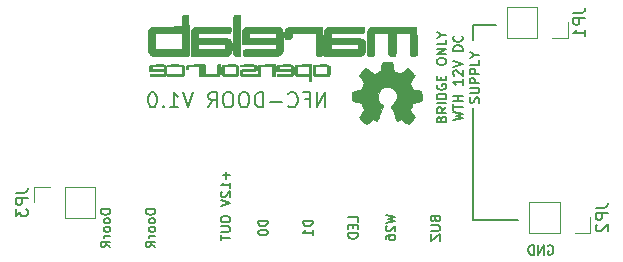
<source format=gbr>
%TF.GenerationSoftware,KiCad,Pcbnew,(5.0.2)-1*%
%TF.CreationDate,2019-04-17T22:45:11+02:00*%
%TF.ProjectId,nfc-door-x4,6e66632d-646f-46f7-922d-78342e6b6963,rev?*%
%TF.SameCoordinates,Original*%
%TF.FileFunction,Legend,Bot*%
%TF.FilePolarity,Positive*%
%FSLAX46Y46*%
G04 Gerber Fmt 4.6, Leading zero omitted, Abs format (unit mm)*
G04 Created by KiCad (PCBNEW (5.0.2)-1) date 17.04.2019 22:45:11*
%MOMM*%
%LPD*%
G01*
G04 APERTURE LIST*
%ADD10C,0.200000*%
%ADD11C,0.010000*%
%ADD12C,0.120000*%
%ADD13C,0.150000*%
G04 APERTURE END LIST*
D10*
X108649523Y-151409000D02*
X108725714Y-151370904D01*
X108840000Y-151370904D01*
X108954285Y-151409000D01*
X109030476Y-151485190D01*
X109068571Y-151561380D01*
X109106666Y-151713761D01*
X109106666Y-151828047D01*
X109068571Y-151980428D01*
X109030476Y-152056619D01*
X108954285Y-152132809D01*
X108840000Y-152170904D01*
X108763809Y-152170904D01*
X108649523Y-152132809D01*
X108611428Y-152094714D01*
X108611428Y-151828047D01*
X108763809Y-151828047D01*
X108268571Y-152170904D02*
X108268571Y-151370904D01*
X107811428Y-152170904D01*
X107811428Y-151370904D01*
X107430476Y-152170904D02*
X107430476Y-151370904D01*
X107240000Y-151370904D01*
X107125714Y-151409000D01*
X107049523Y-151485190D01*
X107011428Y-151561380D01*
X106973333Y-151713761D01*
X106973333Y-151828047D01*
X107011428Y-151980428D01*
X107049523Y-152056619D01*
X107125714Y-152132809D01*
X107240000Y-152170904D01*
X107430476Y-152170904D01*
X99092857Y-149161142D02*
X99130952Y-149275428D01*
X99169047Y-149313523D01*
X99245238Y-149351619D01*
X99359523Y-149351619D01*
X99435714Y-149313523D01*
X99473809Y-149275428D01*
X99511904Y-149199238D01*
X99511904Y-148894476D01*
X98711904Y-148894476D01*
X98711904Y-149161142D01*
X98750000Y-149237333D01*
X98788095Y-149275428D01*
X98864285Y-149313523D01*
X98940476Y-149313523D01*
X99016666Y-149275428D01*
X99054761Y-149237333D01*
X99092857Y-149161142D01*
X99092857Y-148894476D01*
X98711904Y-149694476D02*
X99359523Y-149694476D01*
X99435714Y-149732571D01*
X99473809Y-149770666D01*
X99511904Y-149846857D01*
X99511904Y-149999238D01*
X99473809Y-150075428D01*
X99435714Y-150113523D01*
X99359523Y-150151619D01*
X98711904Y-150151619D01*
X98711904Y-150456380D02*
X98711904Y-150989714D01*
X99511904Y-150456380D01*
X99511904Y-150989714D01*
X94901904Y-148799238D02*
X95701904Y-148989714D01*
X95130476Y-149142095D01*
X95701904Y-149294476D01*
X94901904Y-149484952D01*
X94978095Y-149751619D02*
X94940000Y-149789714D01*
X94901904Y-149865904D01*
X94901904Y-150056380D01*
X94940000Y-150132571D01*
X94978095Y-150170666D01*
X95054285Y-150208761D01*
X95130476Y-150208761D01*
X95244761Y-150170666D01*
X95701904Y-149713523D01*
X95701904Y-150208761D01*
X94901904Y-150894476D02*
X94901904Y-150742095D01*
X94940000Y-150665904D01*
X94978095Y-150627809D01*
X95092380Y-150551619D01*
X95244761Y-150513523D01*
X95549523Y-150513523D01*
X95625714Y-150551619D01*
X95663809Y-150589714D01*
X95701904Y-150665904D01*
X95701904Y-150818285D01*
X95663809Y-150894476D01*
X95625714Y-150932571D01*
X95549523Y-150970666D01*
X95359047Y-150970666D01*
X95282857Y-150932571D01*
X95244761Y-150894476D01*
X95206666Y-150818285D01*
X95206666Y-150665904D01*
X95244761Y-150589714D01*
X95282857Y-150551619D01*
X95359047Y-150513523D01*
X92526904Y-149389714D02*
X92526904Y-149008761D01*
X91726904Y-149008761D01*
X92107857Y-149656380D02*
X92107857Y-149923047D01*
X92526904Y-150037333D02*
X92526904Y-149656380D01*
X91726904Y-149656380D01*
X91726904Y-150037333D01*
X92526904Y-150380190D02*
X91726904Y-150380190D01*
X91726904Y-150570666D01*
X91765000Y-150684952D01*
X91841190Y-150761142D01*
X91917380Y-150799238D01*
X92069761Y-150837333D01*
X92184047Y-150837333D01*
X92336428Y-150799238D01*
X92412619Y-150761142D01*
X92488809Y-150684952D01*
X92526904Y-150570666D01*
X92526904Y-150380190D01*
X88716904Y-149313523D02*
X87916904Y-149313523D01*
X87916904Y-149504000D01*
X87955000Y-149618285D01*
X88031190Y-149694476D01*
X88107380Y-149732571D01*
X88259761Y-149770666D01*
X88374047Y-149770666D01*
X88526428Y-149732571D01*
X88602619Y-149694476D01*
X88678809Y-149618285D01*
X88716904Y-149504000D01*
X88716904Y-149313523D01*
X88716904Y-150532571D02*
X88716904Y-150075428D01*
X88716904Y-150304000D02*
X87916904Y-150304000D01*
X88031190Y-150227809D01*
X88107380Y-150151619D01*
X88145476Y-150075428D01*
X84906904Y-149313523D02*
X84106904Y-149313523D01*
X84106904Y-149504000D01*
X84145000Y-149618285D01*
X84221190Y-149694476D01*
X84297380Y-149732571D01*
X84449761Y-149770666D01*
X84564047Y-149770666D01*
X84716428Y-149732571D01*
X84792619Y-149694476D01*
X84868809Y-149618285D01*
X84906904Y-149504000D01*
X84906904Y-149313523D01*
X84106904Y-150265904D02*
X84106904Y-150342095D01*
X84145000Y-150418285D01*
X84183095Y-150456380D01*
X84259285Y-150494476D01*
X84411666Y-150532571D01*
X84602142Y-150532571D01*
X84754523Y-150494476D01*
X84830714Y-150456380D01*
X84868809Y-150418285D01*
X84906904Y-150342095D01*
X84906904Y-150265904D01*
X84868809Y-150189714D01*
X84830714Y-150151619D01*
X84754523Y-150113523D01*
X84602142Y-150075428D01*
X84411666Y-150075428D01*
X84259285Y-150113523D01*
X84183095Y-150151619D01*
X84145000Y-150189714D01*
X84106904Y-150265904D01*
X81427142Y-145141857D02*
X81427142Y-145751380D01*
X81731904Y-145446619D02*
X81122380Y-145446619D01*
X81731904Y-146551380D02*
X81731904Y-146094238D01*
X81731904Y-146322809D02*
X80931904Y-146322809D01*
X81046190Y-146246619D01*
X81122380Y-146170428D01*
X81160476Y-146094238D01*
X81008095Y-146856142D02*
X80970000Y-146894238D01*
X80931904Y-146970428D01*
X80931904Y-147160904D01*
X80970000Y-147237095D01*
X81008095Y-147275190D01*
X81084285Y-147313285D01*
X81160476Y-147313285D01*
X81274761Y-147275190D01*
X81731904Y-146818047D01*
X81731904Y-147313285D01*
X80931904Y-147541857D02*
X81731904Y-147808523D01*
X80931904Y-148075190D01*
X80931904Y-149103761D02*
X80931904Y-149256142D01*
X80970000Y-149332333D01*
X81046190Y-149408523D01*
X81198571Y-149446619D01*
X81465238Y-149446619D01*
X81617619Y-149408523D01*
X81693809Y-149332333D01*
X81731904Y-149256142D01*
X81731904Y-149103761D01*
X81693809Y-149027571D01*
X81617619Y-148951380D01*
X81465238Y-148913285D01*
X81198571Y-148913285D01*
X81046190Y-148951380D01*
X80970000Y-149027571D01*
X80931904Y-149103761D01*
X80931904Y-149789476D02*
X81579523Y-149789476D01*
X81655714Y-149827571D01*
X81693809Y-149865666D01*
X81731904Y-149941857D01*
X81731904Y-150094238D01*
X81693809Y-150170428D01*
X81655714Y-150208523D01*
X81579523Y-150246619D01*
X80931904Y-150246619D01*
X80931904Y-150513285D02*
X80931904Y-150970428D01*
X81731904Y-150741857D02*
X80931904Y-150741857D01*
X75381904Y-148323047D02*
X74581904Y-148323047D01*
X74581904Y-148513523D01*
X74620000Y-148627809D01*
X74696190Y-148704000D01*
X74772380Y-148742095D01*
X74924761Y-148780190D01*
X75039047Y-148780190D01*
X75191428Y-148742095D01*
X75267619Y-148704000D01*
X75343809Y-148627809D01*
X75381904Y-148513523D01*
X75381904Y-148323047D01*
X75381904Y-149237333D02*
X75343809Y-149161142D01*
X75305714Y-149123047D01*
X75229523Y-149084952D01*
X75000952Y-149084952D01*
X74924761Y-149123047D01*
X74886666Y-149161142D01*
X74848571Y-149237333D01*
X74848571Y-149351619D01*
X74886666Y-149427809D01*
X74924761Y-149465904D01*
X75000952Y-149504000D01*
X75229523Y-149504000D01*
X75305714Y-149465904D01*
X75343809Y-149427809D01*
X75381904Y-149351619D01*
X75381904Y-149237333D01*
X75381904Y-149961142D02*
X75343809Y-149884952D01*
X75305714Y-149846857D01*
X75229523Y-149808761D01*
X75000952Y-149808761D01*
X74924761Y-149846857D01*
X74886666Y-149884952D01*
X74848571Y-149961142D01*
X74848571Y-150075428D01*
X74886666Y-150151619D01*
X74924761Y-150189714D01*
X75000952Y-150227809D01*
X75229523Y-150227809D01*
X75305714Y-150189714D01*
X75343809Y-150151619D01*
X75381904Y-150075428D01*
X75381904Y-149961142D01*
X75381904Y-150570666D02*
X74848571Y-150570666D01*
X75000952Y-150570666D02*
X74924761Y-150608761D01*
X74886666Y-150646857D01*
X74848571Y-150723047D01*
X74848571Y-150799238D01*
X75381904Y-151523047D02*
X75000952Y-151256380D01*
X75381904Y-151065904D02*
X74581904Y-151065904D01*
X74581904Y-151370666D01*
X74620000Y-151446857D01*
X74658095Y-151484952D01*
X74734285Y-151523047D01*
X74848571Y-151523047D01*
X74924761Y-151484952D01*
X74962857Y-151446857D01*
X75000952Y-151370666D01*
X75000952Y-151065904D01*
X71571904Y-148323047D02*
X70771904Y-148323047D01*
X70771904Y-148513523D01*
X70810000Y-148627809D01*
X70886190Y-148704000D01*
X70962380Y-148742095D01*
X71114761Y-148780190D01*
X71229047Y-148780190D01*
X71381428Y-148742095D01*
X71457619Y-148704000D01*
X71533809Y-148627809D01*
X71571904Y-148513523D01*
X71571904Y-148323047D01*
X71571904Y-149237333D02*
X71533809Y-149161142D01*
X71495714Y-149123047D01*
X71419523Y-149084952D01*
X71190952Y-149084952D01*
X71114761Y-149123047D01*
X71076666Y-149161142D01*
X71038571Y-149237333D01*
X71038571Y-149351619D01*
X71076666Y-149427809D01*
X71114761Y-149465904D01*
X71190952Y-149504000D01*
X71419523Y-149504000D01*
X71495714Y-149465904D01*
X71533809Y-149427809D01*
X71571904Y-149351619D01*
X71571904Y-149237333D01*
X71571904Y-149961142D02*
X71533809Y-149884952D01*
X71495714Y-149846857D01*
X71419523Y-149808761D01*
X71190952Y-149808761D01*
X71114761Y-149846857D01*
X71076666Y-149884952D01*
X71038571Y-149961142D01*
X71038571Y-150075428D01*
X71076666Y-150151619D01*
X71114761Y-150189714D01*
X71190952Y-150227809D01*
X71419523Y-150227809D01*
X71495714Y-150189714D01*
X71533809Y-150151619D01*
X71571904Y-150075428D01*
X71571904Y-149961142D01*
X71571904Y-150570666D02*
X71038571Y-150570666D01*
X71190952Y-150570666D02*
X71114761Y-150608761D01*
X71076666Y-150646857D01*
X71038571Y-150723047D01*
X71038571Y-150799238D01*
X71571904Y-151523047D02*
X71190952Y-151256380D01*
X71571904Y-151065904D02*
X70771904Y-151065904D01*
X70771904Y-151370666D01*
X70810000Y-151446857D01*
X70848095Y-151484952D01*
X70924285Y-151523047D01*
X71038571Y-151523047D01*
X71114761Y-151484952D01*
X71152857Y-151446857D01*
X71190952Y-151370666D01*
X71190952Y-151065904D01*
X102325000Y-149269000D02*
X106135000Y-149269000D01*
X102325000Y-139744000D02*
X102325000Y-149269000D01*
X102325000Y-132759000D02*
X102325000Y-134029000D01*
X104230000Y-132759000D02*
X102325000Y-132759000D01*
X99597857Y-140708761D02*
X99635952Y-140594476D01*
X99674047Y-140556380D01*
X99750238Y-140518285D01*
X99864523Y-140518285D01*
X99940714Y-140556380D01*
X99978809Y-140594476D01*
X100016904Y-140670666D01*
X100016904Y-140975428D01*
X99216904Y-140975428D01*
X99216904Y-140708761D01*
X99255000Y-140632571D01*
X99293095Y-140594476D01*
X99369285Y-140556380D01*
X99445476Y-140556380D01*
X99521666Y-140594476D01*
X99559761Y-140632571D01*
X99597857Y-140708761D01*
X99597857Y-140975428D01*
X100016904Y-139718285D02*
X99635952Y-139984952D01*
X100016904Y-140175428D02*
X99216904Y-140175428D01*
X99216904Y-139870666D01*
X99255000Y-139794476D01*
X99293095Y-139756380D01*
X99369285Y-139718285D01*
X99483571Y-139718285D01*
X99559761Y-139756380D01*
X99597857Y-139794476D01*
X99635952Y-139870666D01*
X99635952Y-140175428D01*
X100016904Y-139375428D02*
X99216904Y-139375428D01*
X100016904Y-138994476D02*
X99216904Y-138994476D01*
X99216904Y-138804000D01*
X99255000Y-138689714D01*
X99331190Y-138613523D01*
X99407380Y-138575428D01*
X99559761Y-138537333D01*
X99674047Y-138537333D01*
X99826428Y-138575428D01*
X99902619Y-138613523D01*
X99978809Y-138689714D01*
X100016904Y-138804000D01*
X100016904Y-138994476D01*
X99255000Y-137775428D02*
X99216904Y-137851619D01*
X99216904Y-137965904D01*
X99255000Y-138080190D01*
X99331190Y-138156380D01*
X99407380Y-138194476D01*
X99559761Y-138232571D01*
X99674047Y-138232571D01*
X99826428Y-138194476D01*
X99902619Y-138156380D01*
X99978809Y-138080190D01*
X100016904Y-137965904D01*
X100016904Y-137889714D01*
X99978809Y-137775428D01*
X99940714Y-137737333D01*
X99674047Y-137737333D01*
X99674047Y-137889714D01*
X99597857Y-137394476D02*
X99597857Y-137127809D01*
X100016904Y-137013523D02*
X100016904Y-137394476D01*
X99216904Y-137394476D01*
X99216904Y-137013523D01*
X99216904Y-135908761D02*
X99216904Y-135756380D01*
X99255000Y-135680190D01*
X99331190Y-135604000D01*
X99483571Y-135565904D01*
X99750238Y-135565904D01*
X99902619Y-135604000D01*
X99978809Y-135680190D01*
X100016904Y-135756380D01*
X100016904Y-135908761D01*
X99978809Y-135984952D01*
X99902619Y-136061142D01*
X99750238Y-136099238D01*
X99483571Y-136099238D01*
X99331190Y-136061142D01*
X99255000Y-135984952D01*
X99216904Y-135908761D01*
X100016904Y-135223047D02*
X99216904Y-135223047D01*
X100016904Y-134765904D01*
X99216904Y-134765904D01*
X100016904Y-134004000D02*
X100016904Y-134384952D01*
X99216904Y-134384952D01*
X99635952Y-133584952D02*
X100016904Y-133584952D01*
X99216904Y-133851619D02*
X99635952Y-133584952D01*
X99216904Y-133318285D01*
X100616904Y-140784952D02*
X101416904Y-140594476D01*
X100845476Y-140442095D01*
X101416904Y-140289714D01*
X100616904Y-140099238D01*
X100616904Y-139908761D02*
X100616904Y-139451619D01*
X101416904Y-139680190D02*
X100616904Y-139680190D01*
X101416904Y-139184952D02*
X100616904Y-139184952D01*
X100997857Y-139184952D02*
X100997857Y-138727809D01*
X101416904Y-138727809D02*
X100616904Y-138727809D01*
X101416904Y-137318285D02*
X101416904Y-137775428D01*
X101416904Y-137546857D02*
X100616904Y-137546857D01*
X100731190Y-137623047D01*
X100807380Y-137699238D01*
X100845476Y-137775428D01*
X100693095Y-137013523D02*
X100655000Y-136975428D01*
X100616904Y-136899238D01*
X100616904Y-136708761D01*
X100655000Y-136632571D01*
X100693095Y-136594476D01*
X100769285Y-136556380D01*
X100845476Y-136556380D01*
X100959761Y-136594476D01*
X101416904Y-137051619D01*
X101416904Y-136556380D01*
X100616904Y-136327809D02*
X101416904Y-136061142D01*
X100616904Y-135794476D01*
X101416904Y-134918285D02*
X100616904Y-134918285D01*
X100616904Y-134727809D01*
X100655000Y-134613523D01*
X100731190Y-134537333D01*
X100807380Y-134499238D01*
X100959761Y-134461142D01*
X101074047Y-134461142D01*
X101226428Y-134499238D01*
X101302619Y-134537333D01*
X101378809Y-134613523D01*
X101416904Y-134727809D01*
X101416904Y-134918285D01*
X101340714Y-133661142D02*
X101378809Y-133699238D01*
X101416904Y-133813523D01*
X101416904Y-133889714D01*
X101378809Y-134004000D01*
X101302619Y-134080190D01*
X101226428Y-134118285D01*
X101074047Y-134156380D01*
X100959761Y-134156380D01*
X100807380Y-134118285D01*
X100731190Y-134080190D01*
X100655000Y-134004000D01*
X100616904Y-133889714D01*
X100616904Y-133813523D01*
X100655000Y-133699238D01*
X100693095Y-133661142D01*
X102778809Y-139318285D02*
X102816904Y-139204000D01*
X102816904Y-139013523D01*
X102778809Y-138937333D01*
X102740714Y-138899238D01*
X102664523Y-138861142D01*
X102588333Y-138861142D01*
X102512142Y-138899238D01*
X102474047Y-138937333D01*
X102435952Y-139013523D01*
X102397857Y-139165904D01*
X102359761Y-139242095D01*
X102321666Y-139280190D01*
X102245476Y-139318285D01*
X102169285Y-139318285D01*
X102093095Y-139280190D01*
X102055000Y-139242095D01*
X102016904Y-139165904D01*
X102016904Y-138975428D01*
X102055000Y-138861142D01*
X102016904Y-138518285D02*
X102664523Y-138518285D01*
X102740714Y-138480190D01*
X102778809Y-138442095D01*
X102816904Y-138365904D01*
X102816904Y-138213523D01*
X102778809Y-138137333D01*
X102740714Y-138099238D01*
X102664523Y-138061142D01*
X102016904Y-138061142D01*
X102816904Y-137680190D02*
X102016904Y-137680190D01*
X102016904Y-137375428D01*
X102055000Y-137299238D01*
X102093095Y-137261142D01*
X102169285Y-137223047D01*
X102283571Y-137223047D01*
X102359761Y-137261142D01*
X102397857Y-137299238D01*
X102435952Y-137375428D01*
X102435952Y-137680190D01*
X102816904Y-136880190D02*
X102016904Y-136880190D01*
X102016904Y-136575428D01*
X102055000Y-136499238D01*
X102093095Y-136461142D01*
X102169285Y-136423047D01*
X102283571Y-136423047D01*
X102359761Y-136461142D01*
X102397857Y-136499238D01*
X102435952Y-136575428D01*
X102435952Y-136880190D01*
X102816904Y-135699238D02*
X102816904Y-136080190D01*
X102016904Y-136080190D01*
X102435952Y-135280190D02*
X102816904Y-135280190D01*
X102016904Y-135546857D02*
X102435952Y-135280190D01*
X102016904Y-135013523D01*
X89803809Y-139698523D02*
X89803809Y-138428523D01*
X89078095Y-139698523D01*
X89078095Y-138428523D01*
X88050000Y-139033285D02*
X88473333Y-139033285D01*
X88473333Y-139698523D02*
X88473333Y-138428523D01*
X87868571Y-138428523D01*
X86659047Y-139577571D02*
X86719523Y-139638047D01*
X86900952Y-139698523D01*
X87021904Y-139698523D01*
X87203333Y-139638047D01*
X87324285Y-139517095D01*
X87384761Y-139396142D01*
X87445238Y-139154238D01*
X87445238Y-138972809D01*
X87384761Y-138730904D01*
X87324285Y-138609952D01*
X87203333Y-138489000D01*
X87021904Y-138428523D01*
X86900952Y-138428523D01*
X86719523Y-138489000D01*
X86659047Y-138549476D01*
X86114761Y-139214714D02*
X85147142Y-139214714D01*
X84542380Y-139698523D02*
X84542380Y-138428523D01*
X84240000Y-138428523D01*
X84058571Y-138489000D01*
X83937619Y-138609952D01*
X83877142Y-138730904D01*
X83816666Y-138972809D01*
X83816666Y-139154238D01*
X83877142Y-139396142D01*
X83937619Y-139517095D01*
X84058571Y-139638047D01*
X84240000Y-139698523D01*
X84542380Y-139698523D01*
X83030476Y-138428523D02*
X82788571Y-138428523D01*
X82667619Y-138489000D01*
X82546666Y-138609952D01*
X82486190Y-138851857D01*
X82486190Y-139275190D01*
X82546666Y-139517095D01*
X82667619Y-139638047D01*
X82788571Y-139698523D01*
X83030476Y-139698523D01*
X83151428Y-139638047D01*
X83272380Y-139517095D01*
X83332857Y-139275190D01*
X83332857Y-138851857D01*
X83272380Y-138609952D01*
X83151428Y-138489000D01*
X83030476Y-138428523D01*
X81700000Y-138428523D02*
X81458095Y-138428523D01*
X81337142Y-138489000D01*
X81216190Y-138609952D01*
X81155714Y-138851857D01*
X81155714Y-139275190D01*
X81216190Y-139517095D01*
X81337142Y-139638047D01*
X81458095Y-139698523D01*
X81700000Y-139698523D01*
X81820952Y-139638047D01*
X81941904Y-139517095D01*
X82002380Y-139275190D01*
X82002380Y-138851857D01*
X81941904Y-138609952D01*
X81820952Y-138489000D01*
X81700000Y-138428523D01*
X79885714Y-139698523D02*
X80309047Y-139093761D01*
X80611428Y-139698523D02*
X80611428Y-138428523D01*
X80127619Y-138428523D01*
X80006666Y-138489000D01*
X79946190Y-138549476D01*
X79885714Y-138670428D01*
X79885714Y-138851857D01*
X79946190Y-138972809D01*
X80006666Y-139033285D01*
X80127619Y-139093761D01*
X80611428Y-139093761D01*
X78555238Y-138428523D02*
X78131904Y-139698523D01*
X77708571Y-138428523D01*
X76620000Y-139698523D02*
X77345714Y-139698523D01*
X76982857Y-139698523D02*
X76982857Y-138428523D01*
X77103809Y-138609952D01*
X77224761Y-138730904D01*
X77345714Y-138791380D01*
X76075714Y-139577571D02*
X76015238Y-139638047D01*
X76075714Y-139698523D01*
X76136190Y-139638047D01*
X76075714Y-139577571D01*
X76075714Y-139698523D01*
X75229047Y-138428523D02*
X75108095Y-138428523D01*
X74987142Y-138489000D01*
X74926666Y-138549476D01*
X74866190Y-138670428D01*
X74805714Y-138912333D01*
X74805714Y-139214714D01*
X74866190Y-139456619D01*
X74926666Y-139577571D01*
X74987142Y-139638047D01*
X75108095Y-139698523D01*
X75229047Y-139698523D01*
X75350000Y-139638047D01*
X75410476Y-139577571D01*
X75470952Y-139456619D01*
X75531428Y-139214714D01*
X75531428Y-138912333D01*
X75470952Y-138670428D01*
X75410476Y-138549476D01*
X75350000Y-138489000D01*
X75229047Y-138428523D01*
D11*
G36*
X77743506Y-131907473D02*
X77683373Y-131959122D01*
X77651139Y-132057821D01*
X77638216Y-132216590D01*
X77636000Y-132417594D01*
X77636000Y-132855154D01*
X76345590Y-132867494D01*
X75055179Y-132879834D01*
X74916840Y-133018141D01*
X74778500Y-133156448D01*
X74767293Y-134055308D01*
X74764131Y-134378863D01*
X74765264Y-134629389D01*
X74773009Y-134818496D01*
X74789684Y-134957800D01*
X74817606Y-135058911D01*
X74859091Y-135133444D01*
X74916458Y-135193012D01*
X74992023Y-135249227D01*
X75007628Y-135259813D01*
X75046770Y-135285124D01*
X75087308Y-135305571D01*
X75138177Y-135321674D01*
X75208313Y-135333951D01*
X75306652Y-135342921D01*
X75442130Y-135349104D01*
X75623682Y-135353017D01*
X75860246Y-135355179D01*
X76160755Y-135356111D01*
X76534148Y-135356329D01*
X76669923Y-135356334D01*
X77088899Y-135355689D01*
X77429864Y-135353601D01*
X77699463Y-135349843D01*
X77904343Y-135344184D01*
X78051151Y-135336397D01*
X78146532Y-135326252D01*
X78197132Y-135313521D01*
X78209330Y-135303331D01*
X78213536Y-135250548D01*
X78216895Y-135122505D01*
X78219358Y-134928604D01*
X78220874Y-134678247D01*
X78221393Y-134380837D01*
X78220863Y-134045777D01*
X78219236Y-133682469D01*
X78218585Y-133578248D01*
X78217463Y-133409000D01*
X77636000Y-133409000D01*
X77636000Y-134763667D01*
X75350000Y-134763667D01*
X75350000Y-133409000D01*
X77636000Y-133409000D01*
X78217463Y-133409000D01*
X78207500Y-131906167D01*
X77981814Y-131893252D01*
X77840124Y-131889857D01*
X77743506Y-131907473D01*
X77743506Y-131907473D01*
G37*
X77743506Y-131907473D02*
X77683373Y-131959122D01*
X77651139Y-132057821D01*
X77638216Y-132216590D01*
X77636000Y-132417594D01*
X77636000Y-132855154D01*
X76345590Y-132867494D01*
X75055179Y-132879834D01*
X74916840Y-133018141D01*
X74778500Y-133156448D01*
X74767293Y-134055308D01*
X74764131Y-134378863D01*
X74765264Y-134629389D01*
X74773009Y-134818496D01*
X74789684Y-134957800D01*
X74817606Y-135058911D01*
X74859091Y-135133444D01*
X74916458Y-135193012D01*
X74992023Y-135249227D01*
X75007628Y-135259813D01*
X75046770Y-135285124D01*
X75087308Y-135305571D01*
X75138177Y-135321674D01*
X75208313Y-135333951D01*
X75306652Y-135342921D01*
X75442130Y-135349104D01*
X75623682Y-135353017D01*
X75860246Y-135355179D01*
X76160755Y-135356111D01*
X76534148Y-135356329D01*
X76669923Y-135356334D01*
X77088899Y-135355689D01*
X77429864Y-135353601D01*
X77699463Y-135349843D01*
X77904343Y-135344184D01*
X78051151Y-135336397D01*
X78146532Y-135326252D01*
X78197132Y-135313521D01*
X78209330Y-135303331D01*
X78213536Y-135250548D01*
X78216895Y-135122505D01*
X78219358Y-134928604D01*
X78220874Y-134678247D01*
X78221393Y-134380837D01*
X78220863Y-134045777D01*
X78219236Y-133682469D01*
X78218585Y-133578248D01*
X78217463Y-133409000D01*
X77636000Y-133409000D01*
X77636000Y-134763667D01*
X75350000Y-134763667D01*
X75350000Y-133409000D01*
X77636000Y-133409000D01*
X78217463Y-133409000D01*
X78207500Y-131906167D01*
X77981814Y-131893252D01*
X77840124Y-131889857D01*
X77743506Y-131907473D01*
G36*
X80723832Y-132863851D02*
X80359625Y-132866281D01*
X80186752Y-132867655D01*
X78695867Y-132879834D01*
X78419167Y-133156524D01*
X78419167Y-135335167D01*
X79946718Y-135346271D01*
X81474268Y-135357375D01*
X81618267Y-135260334D01*
X81729252Y-135171295D01*
X81802688Y-135069439D01*
X81845643Y-134935565D01*
X81865181Y-134750469D01*
X81868710Y-134579699D01*
X81863830Y-134382667D01*
X81276667Y-134382667D01*
X81276667Y-134763667D01*
X78990667Y-134763667D01*
X78990667Y-134382667D01*
X81276667Y-134382667D01*
X81863830Y-134382667D01*
X81863356Y-134363553D01*
X81844596Y-134212146D01*
X81809653Y-134106221D01*
X81797111Y-134082966D01*
X81753130Y-134015081D01*
X81703714Y-133960676D01*
X81639531Y-133918264D01*
X81551247Y-133886360D01*
X81429529Y-133863479D01*
X81265044Y-133848134D01*
X81048460Y-133838841D01*
X80770443Y-133834113D01*
X80421661Y-133832466D01*
X80222519Y-133832334D01*
X78990667Y-133832334D01*
X78990667Y-133409000D01*
X80343844Y-133409000D01*
X80718294Y-133408791D01*
X81016995Y-133407816D01*
X81248864Y-133405552D01*
X81422819Y-133401477D01*
X81547776Y-133395067D01*
X81632653Y-133385800D01*
X81686367Y-133373154D01*
X81717836Y-133356605D01*
X81735976Y-133335632D01*
X81740844Y-133327117D01*
X81779509Y-133192396D01*
X81775316Y-133043902D01*
X81731152Y-132928663D01*
X81711550Y-132909249D01*
X81678507Y-132893736D01*
X81623556Y-132881790D01*
X81538230Y-132873075D01*
X81414061Y-132867259D01*
X81242583Y-132864006D01*
X81015329Y-132862981D01*
X80723832Y-132863851D01*
X80723832Y-132863851D01*
G37*
X80723832Y-132863851D02*
X80359625Y-132866281D01*
X80186752Y-132867655D01*
X78695867Y-132879834D01*
X78419167Y-133156524D01*
X78419167Y-135335167D01*
X79946718Y-135346271D01*
X81474268Y-135357375D01*
X81618267Y-135260334D01*
X81729252Y-135171295D01*
X81802688Y-135069439D01*
X81845643Y-134935565D01*
X81865181Y-134750469D01*
X81868710Y-134579699D01*
X81863830Y-134382667D01*
X81276667Y-134382667D01*
X81276667Y-134763667D01*
X78990667Y-134763667D01*
X78990667Y-134382667D01*
X81276667Y-134382667D01*
X81863830Y-134382667D01*
X81863356Y-134363553D01*
X81844596Y-134212146D01*
X81809653Y-134106221D01*
X81797111Y-134082966D01*
X81753130Y-134015081D01*
X81703714Y-133960676D01*
X81639531Y-133918264D01*
X81551247Y-133886360D01*
X81429529Y-133863479D01*
X81265044Y-133848134D01*
X81048460Y-133838841D01*
X80770443Y-133834113D01*
X80421661Y-133832466D01*
X80222519Y-133832334D01*
X78990667Y-133832334D01*
X78990667Y-133409000D01*
X80343844Y-133409000D01*
X80718294Y-133408791D01*
X81016995Y-133407816D01*
X81248864Y-133405552D01*
X81422819Y-133401477D01*
X81547776Y-133395067D01*
X81632653Y-133385800D01*
X81686367Y-133373154D01*
X81717836Y-133356605D01*
X81735976Y-133335632D01*
X81740844Y-133327117D01*
X81779509Y-133192396D01*
X81775316Y-133043902D01*
X81731152Y-132928663D01*
X81711550Y-132909249D01*
X81678507Y-132893736D01*
X81623556Y-132881790D01*
X81538230Y-132873075D01*
X81414061Y-132867259D01*
X81242583Y-132864006D01*
X81015329Y-132862981D01*
X80723832Y-132863851D01*
G36*
X82194856Y-131894812D02*
X82086314Y-131914817D01*
X82056397Y-131930185D01*
X82040772Y-131955170D01*
X82028009Y-132006669D01*
X82017841Y-132092194D01*
X82010000Y-132219253D01*
X82004221Y-132395357D01*
X82000234Y-132628017D01*
X81997773Y-132924741D01*
X81996571Y-133293040D01*
X81996334Y-133617384D01*
X81997066Y-134065888D01*
X81999377Y-134435363D01*
X82003434Y-134731434D01*
X82009408Y-134959725D01*
X82017468Y-135125863D01*
X82027782Y-135235473D01*
X82040521Y-135294179D01*
X82047134Y-135305533D01*
X82117970Y-135336606D01*
X82234040Y-135353119D01*
X82365863Y-135355199D01*
X82483961Y-135342968D01*
X82558853Y-135316552D01*
X82569663Y-135303331D01*
X82573869Y-135250548D01*
X82577229Y-135122505D01*
X82579692Y-134928604D01*
X82581208Y-134678247D01*
X82581726Y-134380837D01*
X82581197Y-134045777D01*
X82579569Y-133682469D01*
X82578918Y-133578248D01*
X82567834Y-131906167D01*
X82342147Y-131893252D01*
X82194856Y-131894812D01*
X82194856Y-131894812D01*
G37*
X82194856Y-131894812D02*
X82086314Y-131914817D01*
X82056397Y-131930185D01*
X82040772Y-131955170D01*
X82028009Y-132006669D01*
X82017841Y-132092194D01*
X82010000Y-132219253D01*
X82004221Y-132395357D01*
X82000234Y-132628017D01*
X81997773Y-132924741D01*
X81996571Y-133293040D01*
X81996334Y-133617384D01*
X81997066Y-134065888D01*
X81999377Y-134435363D01*
X82003434Y-134731434D01*
X82009408Y-134959725D01*
X82017468Y-135125863D01*
X82027782Y-135235473D01*
X82040521Y-135294179D01*
X82047134Y-135305533D01*
X82117970Y-135336606D01*
X82234040Y-135353119D01*
X82365863Y-135355199D01*
X82483961Y-135342968D01*
X82558853Y-135316552D01*
X82569663Y-135303331D01*
X82573869Y-135250548D01*
X82577229Y-135122505D01*
X82579692Y-134928604D01*
X82581208Y-134678247D01*
X82581726Y-134380837D01*
X82581197Y-134045777D01*
X82579569Y-133682469D01*
X82578918Y-133578248D01*
X82567834Y-131906167D01*
X82342147Y-131893252D01*
X82194856Y-131894812D01*
G36*
X82875565Y-133018131D02*
X82737167Y-133156428D01*
X82737167Y-134361500D01*
X84165917Y-134372647D01*
X85594667Y-134383793D01*
X85594667Y-134760293D01*
X84243474Y-134772563D01*
X83913329Y-134776408D01*
X83610624Y-134781556D01*
X83345672Y-134787706D01*
X83128785Y-134794553D01*
X82970276Y-134801796D01*
X82880458Y-134809131D01*
X82864081Y-134813087D01*
X82831740Y-134888002D01*
X82814278Y-135009858D01*
X82813675Y-135141919D01*
X82831905Y-135247449D01*
X82839734Y-135265564D01*
X82854440Y-135289847D01*
X82875577Y-135309360D01*
X82911772Y-135324625D01*
X82971649Y-135336163D01*
X83063837Y-135344496D01*
X83196959Y-135350145D01*
X83379643Y-135353632D01*
X83620514Y-135355478D01*
X83928199Y-135356204D01*
X84311323Y-135356333D01*
X84341063Y-135356334D01*
X84729962Y-135356220D01*
X85043370Y-135355510D01*
X85290465Y-135353648D01*
X85480423Y-135350079D01*
X85622419Y-135344249D01*
X85725632Y-135335602D01*
X85799236Y-135323584D01*
X85852409Y-135307639D01*
X85894326Y-135287212D01*
X85934165Y-135261749D01*
X85937040Y-135259813D01*
X86016103Y-135202973D01*
X86076553Y-135144858D01*
X86120708Y-135073853D01*
X86150884Y-134978345D01*
X86169400Y-134846723D01*
X86178572Y-134667372D01*
X86180717Y-134428679D01*
X86178152Y-134119032D01*
X86177374Y-134055308D01*
X86169316Y-133409000D01*
X85594667Y-133409000D01*
X85594667Y-133832334D01*
X83308667Y-133832334D01*
X83308667Y-133409000D01*
X85594667Y-133409000D01*
X86169316Y-133409000D01*
X86166167Y-133156448D01*
X86027770Y-133018141D01*
X85889372Y-132879834D01*
X83013962Y-132879834D01*
X82875565Y-133018131D01*
X82875565Y-133018131D01*
G37*
X82875565Y-133018131D02*
X82737167Y-133156428D01*
X82737167Y-134361500D01*
X84165917Y-134372647D01*
X85594667Y-134383793D01*
X85594667Y-134760293D01*
X84243474Y-134772563D01*
X83913329Y-134776408D01*
X83610624Y-134781556D01*
X83345672Y-134787706D01*
X83128785Y-134794553D01*
X82970276Y-134801796D01*
X82880458Y-134809131D01*
X82864081Y-134813087D01*
X82831740Y-134888002D01*
X82814278Y-135009858D01*
X82813675Y-135141919D01*
X82831905Y-135247449D01*
X82839734Y-135265564D01*
X82854440Y-135289847D01*
X82875577Y-135309360D01*
X82911772Y-135324625D01*
X82971649Y-135336163D01*
X83063837Y-135344496D01*
X83196959Y-135350145D01*
X83379643Y-135353632D01*
X83620514Y-135355478D01*
X83928199Y-135356204D01*
X84311323Y-135356333D01*
X84341063Y-135356334D01*
X84729962Y-135356220D01*
X85043370Y-135355510D01*
X85290465Y-135353648D01*
X85480423Y-135350079D01*
X85622419Y-135344249D01*
X85725632Y-135335602D01*
X85799236Y-135323584D01*
X85852409Y-135307639D01*
X85894326Y-135287212D01*
X85934165Y-135261749D01*
X85937040Y-135259813D01*
X86016103Y-135202973D01*
X86076553Y-135144858D01*
X86120708Y-135073853D01*
X86150884Y-134978345D01*
X86169400Y-134846723D01*
X86178572Y-134667372D01*
X86180717Y-134428679D01*
X86178152Y-134119032D01*
X86177374Y-134055308D01*
X86169316Y-133409000D01*
X85594667Y-133409000D01*
X85594667Y-133832334D01*
X83308667Y-133832334D01*
X83308667Y-133409000D01*
X85594667Y-133409000D01*
X86169316Y-133409000D01*
X86166167Y-133156448D01*
X86027770Y-133018141D01*
X85889372Y-132879834D01*
X83013962Y-132879834D01*
X82875565Y-133018131D01*
G36*
X87144752Y-132869524D02*
X86934200Y-132878426D01*
X86773765Y-132893748D01*
X86654813Y-132916754D01*
X86568709Y-132948710D01*
X86506818Y-132990884D01*
X86460507Y-133044541D01*
X86421140Y-133110947D01*
X86413666Y-133125240D01*
X86365035Y-133261688D01*
X86333297Y-133432994D01*
X86321154Y-133607992D01*
X86331312Y-133755515D01*
X86352913Y-133825319D01*
X86400444Y-133882970D01*
X86479540Y-133910336D01*
X86609133Y-133917000D01*
X86781559Y-133899705D01*
X86887389Y-133840094D01*
X86938920Y-133726583D01*
X86949334Y-133596476D01*
X86949334Y-133409000D01*
X88981334Y-133409000D01*
X88981334Y-134331867D01*
X88982967Y-134670082D01*
X88988080Y-134929816D01*
X88996993Y-135117194D01*
X89010025Y-135238344D01*
X89027496Y-135299391D01*
X89032134Y-135305533D01*
X89103169Y-135336749D01*
X89219374Y-135353258D01*
X89351264Y-135355210D01*
X89469350Y-135342758D01*
X89544147Y-135316053D01*
X89554850Y-135302845D01*
X89559802Y-135247980D01*
X89563526Y-135119822D01*
X89565937Y-134929737D01*
X89566951Y-134689092D01*
X89566482Y-134409253D01*
X89564446Y-134101585D01*
X89564104Y-134064595D01*
X89552834Y-132879834D01*
X88163459Y-132868668D01*
X87750747Y-132865911D01*
X87414056Y-132865774D01*
X87144752Y-132869524D01*
X87144752Y-132869524D01*
G37*
X87144752Y-132869524D02*
X86934200Y-132878426D01*
X86773765Y-132893748D01*
X86654813Y-132916754D01*
X86568709Y-132948710D01*
X86506818Y-132990884D01*
X86460507Y-133044541D01*
X86421140Y-133110947D01*
X86413666Y-133125240D01*
X86365035Y-133261688D01*
X86333297Y-133432994D01*
X86321154Y-133607992D01*
X86331312Y-133755515D01*
X86352913Y-133825319D01*
X86400444Y-133882970D01*
X86479540Y-133910336D01*
X86609133Y-133917000D01*
X86781559Y-133899705D01*
X86887389Y-133840094D01*
X86938920Y-133726583D01*
X86949334Y-133596476D01*
X86949334Y-133409000D01*
X88981334Y-133409000D01*
X88981334Y-134331867D01*
X88982967Y-134670082D01*
X88988080Y-134929816D01*
X88996993Y-135117194D01*
X89010025Y-135238344D01*
X89027496Y-135299391D01*
X89032134Y-135305533D01*
X89103169Y-135336749D01*
X89219374Y-135353258D01*
X89351264Y-135355210D01*
X89469350Y-135342758D01*
X89544147Y-135316053D01*
X89554850Y-135302845D01*
X89559802Y-135247980D01*
X89563526Y-135119822D01*
X89565937Y-134929737D01*
X89566951Y-134689092D01*
X89566482Y-134409253D01*
X89564446Y-134101585D01*
X89564104Y-134064595D01*
X89552834Y-132879834D01*
X88163459Y-132868668D01*
X87750747Y-132865911D01*
X87414056Y-132865774D01*
X87144752Y-132869524D01*
G36*
X92026832Y-132863851D02*
X91662625Y-132866281D01*
X91489752Y-132867655D01*
X89998867Y-132879834D01*
X89722167Y-133156524D01*
X89722167Y-135335167D01*
X91249718Y-135346271D01*
X92777268Y-135357375D01*
X92921267Y-135260334D01*
X93032252Y-135171295D01*
X93105688Y-135069439D01*
X93148643Y-134935565D01*
X93168181Y-134750469D01*
X93171710Y-134579699D01*
X93166830Y-134382667D01*
X92579667Y-134382667D01*
X92579667Y-134763667D01*
X90293667Y-134763667D01*
X90293667Y-134382667D01*
X92579667Y-134382667D01*
X93166830Y-134382667D01*
X93166356Y-134363553D01*
X93147596Y-134212146D01*
X93112653Y-134106221D01*
X93100111Y-134082966D01*
X93056130Y-134015081D01*
X93006714Y-133960676D01*
X92942531Y-133918264D01*
X92854247Y-133886360D01*
X92732529Y-133863479D01*
X92568044Y-133848134D01*
X92351460Y-133838841D01*
X92073443Y-133834113D01*
X91724661Y-133832466D01*
X91525519Y-133832334D01*
X90293667Y-133832334D01*
X90293667Y-133409000D01*
X91646844Y-133409000D01*
X92021294Y-133408791D01*
X92319995Y-133407816D01*
X92551864Y-133405552D01*
X92725819Y-133401477D01*
X92850776Y-133395067D01*
X92935653Y-133385800D01*
X92989367Y-133373154D01*
X93020836Y-133356605D01*
X93038976Y-133335632D01*
X93043844Y-133327117D01*
X93082509Y-133192396D01*
X93078316Y-133043902D01*
X93034152Y-132928663D01*
X93014550Y-132909249D01*
X92981507Y-132893736D01*
X92926556Y-132881790D01*
X92841230Y-132873075D01*
X92717061Y-132867259D01*
X92545583Y-132864006D01*
X92318329Y-132862981D01*
X92026832Y-132863851D01*
X92026832Y-132863851D01*
G37*
X92026832Y-132863851D02*
X91662625Y-132866281D01*
X91489752Y-132867655D01*
X89998867Y-132879834D01*
X89722167Y-133156524D01*
X89722167Y-135335167D01*
X91249718Y-135346271D01*
X92777268Y-135357375D01*
X92921267Y-135260334D01*
X93032252Y-135171295D01*
X93105688Y-135069439D01*
X93148643Y-134935565D01*
X93168181Y-134750469D01*
X93171710Y-134579699D01*
X93166830Y-134382667D01*
X92579667Y-134382667D01*
X92579667Y-134763667D01*
X90293667Y-134763667D01*
X90293667Y-134382667D01*
X92579667Y-134382667D01*
X93166830Y-134382667D01*
X93166356Y-134363553D01*
X93147596Y-134212146D01*
X93112653Y-134106221D01*
X93100111Y-134082966D01*
X93056130Y-134015081D01*
X93006714Y-133960676D01*
X92942531Y-133918264D01*
X92854247Y-133886360D01*
X92732529Y-133863479D01*
X92568044Y-133848134D01*
X92351460Y-133838841D01*
X92073443Y-133834113D01*
X91724661Y-133832466D01*
X91525519Y-133832334D01*
X90293667Y-133832334D01*
X90293667Y-133409000D01*
X91646844Y-133409000D01*
X92021294Y-133408791D01*
X92319995Y-133407816D01*
X92551864Y-133405552D01*
X92725819Y-133401477D01*
X92850776Y-133395067D01*
X92935653Y-133385800D01*
X92989367Y-133373154D01*
X93020836Y-133356605D01*
X93038976Y-133335632D01*
X93043844Y-133327117D01*
X93082509Y-133192396D01*
X93078316Y-133043902D01*
X93034152Y-132928663D01*
X93014550Y-132909249D01*
X92981507Y-132893736D01*
X92926556Y-132881790D01*
X92841230Y-132873075D01*
X92717061Y-132867259D01*
X92545583Y-132864006D01*
X92318329Y-132862981D01*
X92026832Y-132863851D01*
G36*
X94444091Y-132865733D02*
X94181296Y-132869655D01*
X93973034Y-132877486D01*
X93811769Y-132890086D01*
X93689968Y-132908318D01*
X93600099Y-132933042D01*
X93534628Y-132965119D01*
X93486021Y-133005412D01*
X93446744Y-133054781D01*
X93409265Y-133114086D01*
X93403307Y-133123934D01*
X93376179Y-133175786D01*
X93355291Y-133238036D01*
X93339604Y-133322475D01*
X93328076Y-133440891D01*
X93319665Y-133605075D01*
X93313332Y-133826816D01*
X93308034Y-134117903D01*
X93306494Y-134220303D01*
X93303186Y-134592103D01*
X93305386Y-134881483D01*
X93313160Y-135090514D01*
X93326573Y-135221266D01*
X93339733Y-135268053D01*
X93384686Y-135321932D01*
X93461150Y-135348605D01*
X93594275Y-135356292D01*
X93609857Y-135356334D01*
X93746129Y-135347196D01*
X93850189Y-135323834D01*
X93883534Y-135305534D01*
X93902061Y-135257333D01*
X93916077Y-135150427D01*
X93925901Y-134978689D01*
X93931852Y-134735993D01*
X93934251Y-134416213D01*
X93934334Y-134331867D01*
X93934334Y-133409000D01*
X95119667Y-133409000D01*
X95119667Y-134331867D01*
X95121301Y-134670082D01*
X95126414Y-134929816D01*
X95135326Y-135117194D01*
X95148358Y-135238344D01*
X95165829Y-135299391D01*
X95170467Y-135305533D01*
X95239532Y-135334511D01*
X95360424Y-135352905D01*
X95444144Y-135356334D01*
X95585811Y-135349337D01*
X95667319Y-135323494D01*
X95710844Y-135274450D01*
X95725685Y-135203931D01*
X95737936Y-135058779D01*
X95747148Y-134849001D01*
X95752871Y-134584605D01*
X95754667Y-134300783D01*
X95754667Y-133409000D01*
X96940000Y-133409000D01*
X96940000Y-134331867D01*
X96941634Y-134670082D01*
X96946747Y-134929816D01*
X96955660Y-135117194D01*
X96968692Y-135238344D01*
X96986162Y-135299391D01*
X96990800Y-135305533D01*
X97061835Y-135336749D01*
X97178041Y-135353258D01*
X97309931Y-135355210D01*
X97428017Y-135342758D01*
X97502814Y-135316053D01*
X97513516Y-135302845D01*
X97518468Y-135247980D01*
X97522192Y-135119822D01*
X97524604Y-134929737D01*
X97525618Y-134689092D01*
X97525149Y-134409253D01*
X97523113Y-134101585D01*
X97522771Y-134064595D01*
X97511500Y-132879834D01*
X95634998Y-132868807D01*
X95163408Y-132866171D01*
X94768950Y-132864859D01*
X94444091Y-132865733D01*
X94444091Y-132865733D01*
G37*
X94444091Y-132865733D02*
X94181296Y-132869655D01*
X93973034Y-132877486D01*
X93811769Y-132890086D01*
X93689968Y-132908318D01*
X93600099Y-132933042D01*
X93534628Y-132965119D01*
X93486021Y-133005412D01*
X93446744Y-133054781D01*
X93409265Y-133114086D01*
X93403307Y-133123934D01*
X93376179Y-133175786D01*
X93355291Y-133238036D01*
X93339604Y-133322475D01*
X93328076Y-133440891D01*
X93319665Y-133605075D01*
X93313332Y-133826816D01*
X93308034Y-134117903D01*
X93306494Y-134220303D01*
X93303186Y-134592103D01*
X93305386Y-134881483D01*
X93313160Y-135090514D01*
X93326573Y-135221266D01*
X93339733Y-135268053D01*
X93384686Y-135321932D01*
X93461150Y-135348605D01*
X93594275Y-135356292D01*
X93609857Y-135356334D01*
X93746129Y-135347196D01*
X93850189Y-135323834D01*
X93883534Y-135305534D01*
X93902061Y-135257333D01*
X93916077Y-135150427D01*
X93925901Y-134978689D01*
X93931852Y-134735993D01*
X93934251Y-134416213D01*
X93934334Y-134331867D01*
X93934334Y-133409000D01*
X95119667Y-133409000D01*
X95119667Y-134331867D01*
X95121301Y-134670082D01*
X95126414Y-134929816D01*
X95135326Y-135117194D01*
X95148358Y-135238344D01*
X95165829Y-135299391D01*
X95170467Y-135305533D01*
X95239532Y-135334511D01*
X95360424Y-135352905D01*
X95444144Y-135356334D01*
X95585811Y-135349337D01*
X95667319Y-135323494D01*
X95710844Y-135274450D01*
X95725685Y-135203931D01*
X95737936Y-135058779D01*
X95747148Y-134849001D01*
X95752871Y-134584605D01*
X95754667Y-134300783D01*
X95754667Y-133409000D01*
X96940000Y-133409000D01*
X96940000Y-134331867D01*
X96941634Y-134670082D01*
X96946747Y-134929816D01*
X96955660Y-135117194D01*
X96968692Y-135238344D01*
X96986162Y-135299391D01*
X96990800Y-135305533D01*
X97061835Y-135336749D01*
X97178041Y-135353258D01*
X97309931Y-135355210D01*
X97428017Y-135342758D01*
X97502814Y-135316053D01*
X97513516Y-135302845D01*
X97518468Y-135247980D01*
X97522192Y-135119822D01*
X97524604Y-134929737D01*
X97525618Y-134689092D01*
X97525149Y-134409253D01*
X97523113Y-134101585D01*
X97522771Y-134064595D01*
X97511500Y-132879834D01*
X95634998Y-132868807D01*
X95163408Y-132866171D01*
X94768950Y-132864859D01*
X94444091Y-132865733D01*
G36*
X75610978Y-136076000D02*
X75325328Y-136079120D01*
X75119985Y-136088687D01*
X74990808Y-136105013D01*
X74935134Y-136126800D01*
X74907391Y-136194664D01*
X74888939Y-136316668D01*
X74884334Y-136423134D01*
X74884334Y-136668667D01*
X76112000Y-136668667D01*
X76112000Y-136880334D01*
X74926667Y-136880334D01*
X74926667Y-137092000D01*
X75555106Y-137092000D01*
X75802551Y-137090933D01*
X75979350Y-137086698D01*
X76099507Y-137077743D01*
X76177028Y-137062515D01*
X76225917Y-137039462D01*
X76253606Y-137014583D01*
X76291583Y-136948518D01*
X76313693Y-136841887D01*
X76322917Y-136676548D01*
X76323667Y-136588467D01*
X76323133Y-136401040D01*
X76313604Y-136265928D01*
X76306749Y-136245334D01*
X76112000Y-136245334D01*
X76112000Y-136457000D01*
X75096000Y-136457000D01*
X75096000Y-136245334D01*
X76112000Y-136245334D01*
X76306749Y-136245334D01*
X76283196Y-136174583D01*
X76220020Y-136118459D01*
X76112190Y-136089007D01*
X75947819Y-136077680D01*
X75715020Y-136075931D01*
X75610978Y-136076000D01*
X75610978Y-136076000D01*
G37*
X75610978Y-136076000D02*
X75325328Y-136079120D01*
X75119985Y-136088687D01*
X74990808Y-136105013D01*
X74935134Y-136126800D01*
X74907391Y-136194664D01*
X74888939Y-136316668D01*
X74884334Y-136423134D01*
X74884334Y-136668667D01*
X76112000Y-136668667D01*
X76112000Y-136880334D01*
X74926667Y-136880334D01*
X74926667Y-137092000D01*
X75555106Y-137092000D01*
X75802551Y-137090933D01*
X75979350Y-137086698D01*
X76099507Y-137077743D01*
X76177028Y-137062515D01*
X76225917Y-137039462D01*
X76253606Y-137014583D01*
X76291583Y-136948518D01*
X76313693Y-136841887D01*
X76322917Y-136676548D01*
X76323667Y-136588467D01*
X76323133Y-136401040D01*
X76313604Y-136265928D01*
X76306749Y-136245334D01*
X76112000Y-136245334D01*
X76112000Y-136457000D01*
X75096000Y-136457000D01*
X75096000Y-136245334D01*
X76112000Y-136245334D01*
X76306749Y-136245334D01*
X76283196Y-136174583D01*
X76220020Y-136118459D01*
X76112190Y-136089007D01*
X75947819Y-136077680D01*
X75715020Y-136075931D01*
X75610978Y-136076000D01*
G36*
X77084178Y-136076000D02*
X76831230Y-136076496D01*
X76650751Y-136079004D01*
X76530544Y-136085051D01*
X76458411Y-136096165D01*
X76422158Y-136113873D01*
X76409585Y-136139705D01*
X76408334Y-136160667D01*
X76412609Y-136193678D01*
X76433959Y-136216774D01*
X76485174Y-136231721D01*
X76579043Y-136240282D01*
X76728354Y-136244222D01*
X76945896Y-136245303D01*
X77022167Y-136245334D01*
X77636000Y-136245334D01*
X77636000Y-136880334D01*
X76408334Y-136880334D01*
X76408334Y-137092000D01*
X77057939Y-137092000D01*
X77309847Y-137090997D01*
X77490835Y-137087003D01*
X77614639Y-137078541D01*
X77694994Y-137064133D01*
X77745632Y-137042301D01*
X77777606Y-137014583D01*
X77815583Y-136948518D01*
X77837693Y-136841887D01*
X77846917Y-136676548D01*
X77847667Y-136588467D01*
X77847459Y-136406432D01*
X77839184Y-136273504D01*
X77811366Y-136181979D01*
X77752531Y-136124157D01*
X77651203Y-136092333D01*
X77495907Y-136078806D01*
X77275167Y-136075873D01*
X77084178Y-136076000D01*
X77084178Y-136076000D01*
G37*
X77084178Y-136076000D02*
X76831230Y-136076496D01*
X76650751Y-136079004D01*
X76530544Y-136085051D01*
X76458411Y-136096165D01*
X76422158Y-136113873D01*
X76409585Y-136139705D01*
X76408334Y-136160667D01*
X76412609Y-136193678D01*
X76433959Y-136216774D01*
X76485174Y-136231721D01*
X76579043Y-136240282D01*
X76728354Y-136244222D01*
X76945896Y-136245303D01*
X77022167Y-136245334D01*
X77636000Y-136245334D01*
X77636000Y-136880334D01*
X76408334Y-136880334D01*
X76408334Y-137092000D01*
X77057939Y-137092000D01*
X77309847Y-137090997D01*
X77490835Y-137087003D01*
X77614639Y-137078541D01*
X77694994Y-137064133D01*
X77745632Y-137042301D01*
X77777606Y-137014583D01*
X77815583Y-136948518D01*
X77837693Y-136841887D01*
X77846917Y-136676548D01*
X77847667Y-136588467D01*
X77847459Y-136406432D01*
X77839184Y-136273504D01*
X77811366Y-136181979D01*
X77752531Y-136124157D01*
X77651203Y-136092333D01*
X77495907Y-136078806D01*
X77275167Y-136075873D01*
X77084178Y-136076000D01*
G36*
X78726084Y-136076648D02*
X78505359Y-136079206D01*
X78312911Y-136085786D01*
X78165611Y-136095485D01*
X78080329Y-136107401D01*
X78068417Y-136111824D01*
X78026087Y-136173729D01*
X77992536Y-136281176D01*
X77988795Y-136301676D01*
X77977242Y-136403557D01*
X77996835Y-136447133D01*
X78061179Y-136456928D01*
X78074962Y-136457000D01*
X78158294Y-136441469D01*
X78185388Y-136378896D01*
X78186334Y-136351167D01*
X78186334Y-136245334D01*
X79117667Y-136245334D01*
X79117667Y-136668667D01*
X79118311Y-136860779D01*
X79122820Y-136983683D01*
X79135057Y-137052835D01*
X79158888Y-137083695D01*
X79198177Y-137091720D01*
X79223500Y-137092000D01*
X79329334Y-137092000D01*
X79329334Y-136076000D01*
X78726084Y-136076648D01*
X78726084Y-136076648D01*
G37*
X78726084Y-136076648D02*
X78505359Y-136079206D01*
X78312911Y-136085786D01*
X78165611Y-136095485D01*
X78080329Y-136107401D01*
X78068417Y-136111824D01*
X78026087Y-136173729D01*
X77992536Y-136281176D01*
X77988795Y-136301676D01*
X77977242Y-136403557D01*
X77996835Y-136447133D01*
X78061179Y-136456928D01*
X78074962Y-136457000D01*
X78158294Y-136441469D01*
X78185388Y-136378896D01*
X78186334Y-136351167D01*
X78186334Y-136245334D01*
X79117667Y-136245334D01*
X79117667Y-136668667D01*
X79118311Y-136860779D01*
X79122820Y-136983683D01*
X79135057Y-137052835D01*
X79158888Y-137083695D01*
X79198177Y-137091720D01*
X79223500Y-137092000D01*
X79329334Y-137092000D01*
X79329334Y-136076000D01*
X78726084Y-136076648D01*
G36*
X80698472Y-136078793D02*
X80667550Y-136097744D01*
X80650562Y-136148713D01*
X80643335Y-136247559D01*
X80641694Y-136410140D01*
X80641667Y-136478167D01*
X80641667Y-136880334D01*
X79625667Y-136880334D01*
X79625667Y-136478167D01*
X79624932Y-136291857D01*
X79619945Y-136174355D01*
X79606532Y-136109802D01*
X79580520Y-136082337D01*
X79537736Y-136076102D01*
X79519834Y-136076000D01*
X79414000Y-136076000D01*
X79414000Y-137092000D01*
X80063606Y-137092000D01*
X80315513Y-137090997D01*
X80496502Y-137087003D01*
X80620306Y-137078541D01*
X80700660Y-137064133D01*
X80751298Y-137042301D01*
X80783273Y-137014583D01*
X80817021Y-136958917D01*
X80838400Y-136870678D01*
X80849724Y-136733074D01*
X80853311Y-136529307D01*
X80853334Y-136506583D01*
X80853334Y-136076000D01*
X80747500Y-136076000D01*
X80698472Y-136078793D01*
X80698472Y-136078793D01*
G37*
X80698472Y-136078793D02*
X80667550Y-136097744D01*
X80650562Y-136148713D01*
X80643335Y-136247559D01*
X80641694Y-136410140D01*
X80641667Y-136478167D01*
X80641667Y-136880334D01*
X79625667Y-136880334D01*
X79625667Y-136478167D01*
X79624932Y-136291857D01*
X79619945Y-136174355D01*
X79606532Y-136109802D01*
X79580520Y-136082337D01*
X79537736Y-136076102D01*
X79519834Y-136076000D01*
X79414000Y-136076000D01*
X79414000Y-137092000D01*
X80063606Y-137092000D01*
X80315513Y-137090997D01*
X80496502Y-137087003D01*
X80620306Y-137078541D01*
X80700660Y-137064133D01*
X80751298Y-137042301D01*
X80783273Y-137014583D01*
X80817021Y-136958917D01*
X80838400Y-136870678D01*
X80849724Y-136733074D01*
X80853311Y-136529307D01*
X80853334Y-136506583D01*
X80853334Y-136076000D01*
X80747500Y-136076000D01*
X80698472Y-136078793D01*
G36*
X81706978Y-136076000D02*
X81421328Y-136079120D01*
X81215985Y-136088687D01*
X81086808Y-136105013D01*
X81031134Y-136126800D01*
X81003964Y-136199078D01*
X80986672Y-136346129D01*
X80980344Y-136558515D01*
X80980334Y-136568276D01*
X80981501Y-136759350D01*
X80992921Y-136897196D01*
X81026470Y-136990500D01*
X81094024Y-137047949D01*
X81207460Y-137078227D01*
X81378655Y-137090020D01*
X81619485Y-137092015D01*
X81696463Y-137092000D01*
X81934155Y-137090772D01*
X82101840Y-137085929D01*
X82214159Y-137075738D01*
X82285751Y-137058462D01*
X82331256Y-137032366D01*
X82349606Y-137014583D01*
X82387583Y-136948518D01*
X82409693Y-136841887D01*
X82418917Y-136676548D01*
X82419667Y-136588467D01*
X82419133Y-136401040D01*
X82409604Y-136265928D01*
X82402749Y-136245334D01*
X82208000Y-136245334D01*
X82208000Y-136880334D01*
X81192000Y-136880334D01*
X81192000Y-136245334D01*
X82208000Y-136245334D01*
X82402749Y-136245334D01*
X82379196Y-136174583D01*
X82316020Y-136118459D01*
X82208190Y-136089007D01*
X82043819Y-136077680D01*
X81811020Y-136075931D01*
X81706978Y-136076000D01*
X81706978Y-136076000D01*
G37*
X81706978Y-136076000D02*
X81421328Y-136079120D01*
X81215985Y-136088687D01*
X81086808Y-136105013D01*
X81031134Y-136126800D01*
X81003964Y-136199078D01*
X80986672Y-136346129D01*
X80980344Y-136558515D01*
X80980334Y-136568276D01*
X80981501Y-136759350D01*
X80992921Y-136897196D01*
X81026470Y-136990500D01*
X81094024Y-137047949D01*
X81207460Y-137078227D01*
X81378655Y-137090020D01*
X81619485Y-137092015D01*
X81696463Y-137092000D01*
X81934155Y-137090772D01*
X82101840Y-137085929D01*
X82214159Y-137075738D01*
X82285751Y-137058462D01*
X82331256Y-137032366D01*
X82349606Y-137014583D01*
X82387583Y-136948518D01*
X82409693Y-136841887D01*
X82418917Y-136676548D01*
X82419667Y-136588467D01*
X82419133Y-136401040D01*
X82409604Y-136265928D01*
X82402749Y-136245334D01*
X82208000Y-136245334D01*
X82208000Y-136880334D01*
X81192000Y-136880334D01*
X81192000Y-136245334D01*
X82208000Y-136245334D01*
X82402749Y-136245334D01*
X82379196Y-136174583D01*
X82316020Y-136118459D01*
X82208190Y-136089007D01*
X82043819Y-136077680D01*
X81811020Y-136075931D01*
X81706978Y-136076000D01*
G36*
X82969563Y-136076496D02*
X82789084Y-136079004D01*
X82668877Y-136085051D01*
X82596745Y-136096165D01*
X82560491Y-136113873D01*
X82547919Y-136139705D01*
X82546667Y-136160667D01*
X82550942Y-136193678D01*
X82572293Y-136216774D01*
X82623508Y-136231721D01*
X82717376Y-136240282D01*
X82866687Y-136244222D01*
X83084229Y-136245303D01*
X83160500Y-136245334D01*
X83774334Y-136245334D01*
X83774334Y-136457000D01*
X83254587Y-136457000D01*
X82993118Y-136460477D01*
X82804550Y-136474373D01*
X82677275Y-136503881D01*
X82599687Y-136554197D01*
X82560182Y-136630516D01*
X82547152Y-136738033D01*
X82546667Y-136773877D01*
X82550611Y-136885498D01*
X82569975Y-136967439D01*
X82616060Y-137024272D01*
X82700168Y-137060571D01*
X82833598Y-137080907D01*
X83027652Y-137089855D01*
X83293630Y-137091985D01*
X83332858Y-137092000D01*
X83986000Y-137092000D01*
X83986000Y-136880334D01*
X82758334Y-136880334D01*
X82758334Y-136668667D01*
X83305643Y-136668667D01*
X83560678Y-136665859D01*
X83743091Y-136654144D01*
X83864838Y-136628586D01*
X83937871Y-136584248D01*
X83974143Y-136516194D01*
X83985608Y-136419487D01*
X83986000Y-136387693D01*
X83983636Y-136277062D01*
X83968871Y-136196298D01*
X83930197Y-136140701D01*
X83856104Y-136105575D01*
X83735086Y-136086220D01*
X83555634Y-136077938D01*
X83306239Y-136076031D01*
X83222511Y-136076000D01*
X82969563Y-136076496D01*
X82969563Y-136076496D01*
G37*
X82969563Y-136076496D02*
X82789084Y-136079004D01*
X82668877Y-136085051D01*
X82596745Y-136096165D01*
X82560491Y-136113873D01*
X82547919Y-136139705D01*
X82546667Y-136160667D01*
X82550942Y-136193678D01*
X82572293Y-136216774D01*
X82623508Y-136231721D01*
X82717376Y-136240282D01*
X82866687Y-136244222D01*
X83084229Y-136245303D01*
X83160500Y-136245334D01*
X83774334Y-136245334D01*
X83774334Y-136457000D01*
X83254587Y-136457000D01*
X82993118Y-136460477D01*
X82804550Y-136474373D01*
X82677275Y-136503881D01*
X82599687Y-136554197D01*
X82560182Y-136630516D01*
X82547152Y-136738033D01*
X82546667Y-136773877D01*
X82550611Y-136885498D01*
X82569975Y-136967439D01*
X82616060Y-137024272D01*
X82700168Y-137060571D01*
X82833598Y-137080907D01*
X83027652Y-137089855D01*
X83293630Y-137091985D01*
X83332858Y-137092000D01*
X83986000Y-137092000D01*
X83986000Y-136880334D01*
X82758334Y-136880334D01*
X82758334Y-136668667D01*
X83305643Y-136668667D01*
X83560678Y-136665859D01*
X83743091Y-136654144D01*
X83864838Y-136628586D01*
X83937871Y-136584248D01*
X83974143Y-136516194D01*
X83985608Y-136419487D01*
X83986000Y-136387693D01*
X83983636Y-136277062D01*
X83968871Y-136196298D01*
X83930197Y-136140701D01*
X83856104Y-136105575D01*
X83735086Y-136086220D01*
X83555634Y-136077938D01*
X83306239Y-136076031D01*
X83222511Y-136076000D01*
X82969563Y-136076496D01*
G36*
X84547721Y-136078763D02*
X84333977Y-136087280D01*
X84195075Y-136101892D01*
X84126190Y-136122938D01*
X84121467Y-136126800D01*
X84094860Y-136199597D01*
X84077869Y-136353061D01*
X84070846Y-136583701D01*
X84070667Y-136634800D01*
X84070667Y-137092000D01*
X84176500Y-137092000D01*
X84224529Y-137089424D01*
X84255254Y-137071390D01*
X84272543Y-137022439D01*
X84280258Y-136927115D01*
X84282264Y-136769960D01*
X84282334Y-136668667D01*
X84282334Y-136245334D01*
X85298334Y-136245334D01*
X85298334Y-136668667D01*
X85298978Y-136860779D01*
X85303486Y-136983683D01*
X85315724Y-137052835D01*
X85339555Y-137083695D01*
X85378844Y-137091720D01*
X85404167Y-137092000D01*
X85510000Y-137092000D01*
X85510000Y-136076000D01*
X84841134Y-136076000D01*
X84547721Y-136078763D01*
X84547721Y-136078763D01*
G37*
X84547721Y-136078763D02*
X84333977Y-136087280D01*
X84195075Y-136101892D01*
X84126190Y-136122938D01*
X84121467Y-136126800D01*
X84094860Y-136199597D01*
X84077869Y-136353061D01*
X84070846Y-136583701D01*
X84070667Y-136634800D01*
X84070667Y-137092000D01*
X84176500Y-137092000D01*
X84224529Y-137089424D01*
X84255254Y-137071390D01*
X84272543Y-137022439D01*
X84280258Y-136927115D01*
X84282264Y-136769960D01*
X84282334Y-136668667D01*
X84282334Y-136245334D01*
X85298334Y-136245334D01*
X85298334Y-136668667D01*
X85298978Y-136860779D01*
X85303486Y-136983683D01*
X85315724Y-137052835D01*
X85339555Y-137083695D01*
X85378844Y-137091720D01*
X85404167Y-137092000D01*
X85510000Y-137092000D01*
X85510000Y-136076000D01*
X84841134Y-136076000D01*
X84547721Y-136078763D01*
G36*
X86363644Y-136076000D02*
X86077995Y-136079120D01*
X85872651Y-136088687D01*
X85743475Y-136105013D01*
X85687800Y-136126800D01*
X85660057Y-136194664D01*
X85641606Y-136316668D01*
X85637000Y-136423134D01*
X85637000Y-136668667D01*
X86864667Y-136668667D01*
X86864667Y-136880334D01*
X85679334Y-136880334D01*
X85679334Y-137092000D01*
X86307773Y-137092000D01*
X86555218Y-137090933D01*
X86732017Y-137086698D01*
X86852174Y-137077743D01*
X86929695Y-137062515D01*
X86978584Y-137039462D01*
X87006273Y-137014583D01*
X87044250Y-136948518D01*
X87066359Y-136841887D01*
X87075584Y-136676548D01*
X87076334Y-136588467D01*
X87075799Y-136401040D01*
X87066271Y-136265928D01*
X87059416Y-136245334D01*
X86864667Y-136245334D01*
X86864667Y-136457000D01*
X85848667Y-136457000D01*
X85848667Y-136245334D01*
X86864667Y-136245334D01*
X87059416Y-136245334D01*
X87035862Y-136174583D01*
X86972687Y-136118459D01*
X86864856Y-136089007D01*
X86700485Y-136077680D01*
X86467687Y-136075931D01*
X86363644Y-136076000D01*
X86363644Y-136076000D01*
G37*
X86363644Y-136076000D02*
X86077995Y-136079120D01*
X85872651Y-136088687D01*
X85743475Y-136105013D01*
X85687800Y-136126800D01*
X85660057Y-136194664D01*
X85641606Y-136316668D01*
X85637000Y-136423134D01*
X85637000Y-136668667D01*
X86864667Y-136668667D01*
X86864667Y-136880334D01*
X85679334Y-136880334D01*
X85679334Y-137092000D01*
X86307773Y-137092000D01*
X86555218Y-137090933D01*
X86732017Y-137086698D01*
X86852174Y-137077743D01*
X86929695Y-137062515D01*
X86978584Y-137039462D01*
X87006273Y-137014583D01*
X87044250Y-136948518D01*
X87066359Y-136841887D01*
X87075584Y-136676548D01*
X87076334Y-136588467D01*
X87075799Y-136401040D01*
X87066271Y-136265928D01*
X87059416Y-136245334D01*
X86864667Y-136245334D01*
X86864667Y-136457000D01*
X85848667Y-136457000D01*
X85848667Y-136245334D01*
X86864667Y-136245334D01*
X87059416Y-136245334D01*
X87035862Y-136174583D01*
X86972687Y-136118459D01*
X86864856Y-136089007D01*
X86700485Y-136077680D01*
X86467687Y-136075931D01*
X86363644Y-136076000D01*
G36*
X89453978Y-136076000D02*
X89168328Y-136079120D01*
X88962985Y-136088687D01*
X88833808Y-136105013D01*
X88778134Y-136126800D01*
X88750964Y-136199078D01*
X88733672Y-136346129D01*
X88727344Y-136558515D01*
X88727334Y-136568276D01*
X88728501Y-136759350D01*
X88739921Y-136897196D01*
X88773470Y-136990500D01*
X88841024Y-137047949D01*
X88954460Y-137078227D01*
X89125655Y-137090020D01*
X89366485Y-137092015D01*
X89443463Y-137092000D01*
X89681155Y-137090772D01*
X89848840Y-137085929D01*
X89961159Y-137075738D01*
X90032751Y-137058462D01*
X90078256Y-137032366D01*
X90096606Y-137014583D01*
X90134583Y-136948518D01*
X90156693Y-136841887D01*
X90165917Y-136676548D01*
X90166667Y-136588467D01*
X90166133Y-136401040D01*
X90156604Y-136265928D01*
X90149749Y-136245334D01*
X89955000Y-136245334D01*
X89955000Y-136880334D01*
X88939000Y-136880334D01*
X88939000Y-136245334D01*
X89955000Y-136245334D01*
X90149749Y-136245334D01*
X90126196Y-136174583D01*
X90063020Y-136118459D01*
X89955190Y-136089007D01*
X89790819Y-136077680D01*
X89558020Y-136075931D01*
X89453978Y-136076000D01*
X89453978Y-136076000D01*
G37*
X89453978Y-136076000D02*
X89168328Y-136079120D01*
X88962985Y-136088687D01*
X88833808Y-136105013D01*
X88778134Y-136126800D01*
X88750964Y-136199078D01*
X88733672Y-136346129D01*
X88727344Y-136558515D01*
X88727334Y-136568276D01*
X88728501Y-136759350D01*
X88739921Y-136897196D01*
X88773470Y-136990500D01*
X88841024Y-137047949D01*
X88954460Y-137078227D01*
X89125655Y-137090020D01*
X89366485Y-137092015D01*
X89443463Y-137092000D01*
X89681155Y-137090772D01*
X89848840Y-137085929D01*
X89961159Y-137075738D01*
X90032751Y-137058462D01*
X90078256Y-137032366D01*
X90096606Y-137014583D01*
X90134583Y-136948518D01*
X90156693Y-136841887D01*
X90165917Y-136676548D01*
X90166667Y-136588467D01*
X90166133Y-136401040D01*
X90156604Y-136265928D01*
X90149749Y-136245334D01*
X89955000Y-136245334D01*
X89955000Y-136880334D01*
X88939000Y-136880334D01*
X88939000Y-136245334D01*
X89955000Y-136245334D01*
X90149749Y-136245334D01*
X90126196Y-136174583D01*
X90063020Y-136118459D01*
X89955190Y-136089007D01*
X89790819Y-136077680D01*
X89558020Y-136075931D01*
X89453978Y-136076000D01*
G36*
X87638055Y-136078763D02*
X87424310Y-136087280D01*
X87285408Y-136101892D01*
X87216523Y-136122938D01*
X87211800Y-136126800D01*
X87184631Y-136199078D01*
X87167339Y-136346129D01*
X87161010Y-136558515D01*
X87161000Y-136568276D01*
X87162462Y-136763544D01*
X87174973Y-136903024D01*
X87210722Y-136996098D01*
X87281898Y-137052150D01*
X87400690Y-137080563D01*
X87579288Y-137090719D01*
X87829881Y-137092001D01*
X87841358Y-137092000D01*
X88388667Y-137092000D01*
X88388667Y-137303667D01*
X88392098Y-137429289D01*
X88409610Y-137491959D01*
X88452027Y-137513328D01*
X88494500Y-137515334D01*
X88600334Y-137515334D01*
X88600334Y-136245334D01*
X88388667Y-136245334D01*
X88388667Y-136880334D01*
X87372667Y-136880334D01*
X87372667Y-136245334D01*
X88388667Y-136245334D01*
X88600334Y-136245334D01*
X88600334Y-136076000D01*
X87931467Y-136076000D01*
X87638055Y-136078763D01*
X87638055Y-136078763D01*
G37*
X87638055Y-136078763D02*
X87424310Y-136087280D01*
X87285408Y-136101892D01*
X87216523Y-136122938D01*
X87211800Y-136126800D01*
X87184631Y-136199078D01*
X87167339Y-136346129D01*
X87161010Y-136558515D01*
X87161000Y-136568276D01*
X87162462Y-136763544D01*
X87174973Y-136903024D01*
X87210722Y-136996098D01*
X87281898Y-137052150D01*
X87400690Y-137080563D01*
X87579288Y-137090719D01*
X87829881Y-137092001D01*
X87841358Y-137092000D01*
X88388667Y-137092000D01*
X88388667Y-137303667D01*
X88392098Y-137429289D01*
X88409610Y-137491959D01*
X88452027Y-137513328D01*
X88494500Y-137515334D01*
X88600334Y-137515334D01*
X88600334Y-136245334D01*
X88388667Y-136245334D01*
X88388667Y-136880334D01*
X87372667Y-136880334D01*
X87372667Y-136245334D01*
X88388667Y-136245334D01*
X88600334Y-136245334D01*
X88600334Y-136076000D01*
X87931467Y-136076000D01*
X87638055Y-136078763D01*
G36*
X94717503Y-135827823D02*
X94640658Y-135854265D01*
X94594976Y-135917795D01*
X94564802Y-136032189D01*
X94534483Y-136211226D01*
X94523956Y-136274112D01*
X94495247Y-136427891D01*
X94468080Y-136548566D01*
X94447954Y-136611956D01*
X94446668Y-136614036D01*
X94396888Y-136648085D01*
X94292068Y-136701522D01*
X94167166Y-136757460D01*
X93913166Y-136864906D01*
X93211038Y-136399542D01*
X92937685Y-136670465D01*
X92817106Y-136793433D01*
X92723699Y-136895277D01*
X92671092Y-136960819D01*
X92664333Y-136974921D01*
X92687055Y-137022410D01*
X92747897Y-137121390D01*
X92835871Y-137254381D01*
X92884130Y-137324616D01*
X93103926Y-137640777D01*
X92977803Y-137927052D01*
X92851679Y-138213326D01*
X92556923Y-138265671D01*
X92350105Y-138301303D01*
X92211784Y-138330228D01*
X92128335Y-138366339D01*
X92086131Y-138423527D01*
X92071548Y-138515686D01*
X92070961Y-138656708D01*
X92071666Y-138760444D01*
X92075552Y-138965626D01*
X92088138Y-139096927D01*
X92110817Y-139164814D01*
X92127306Y-139178626D01*
X92193984Y-139195326D01*
X92319288Y-139219923D01*
X92478147Y-139247553D01*
X92505854Y-139252067D01*
X92661926Y-139282601D01*
X92782453Y-139316226D01*
X92845429Y-139346557D01*
X92849179Y-139351662D01*
X92874583Y-139413337D01*
X92921028Y-139528111D01*
X92974942Y-139662363D01*
X93080289Y-139925560D01*
X92872311Y-140221710D01*
X92777818Y-140360059D01*
X92705764Y-140472780D01*
X92667584Y-140541690D01*
X92664333Y-140552402D01*
X92692552Y-140595620D01*
X92768113Y-140682318D01*
X92877372Y-140797246D01*
X92937325Y-140857510D01*
X93210316Y-141128075D01*
X93535047Y-140913615D01*
X93859778Y-140699154D01*
X94004697Y-140784658D01*
X94099188Y-140834940D01*
X94157550Y-140855731D01*
X94164064Y-140854331D01*
X94186784Y-140808841D01*
X94233909Y-140701391D01*
X94298795Y-140548217D01*
X94374797Y-140365556D01*
X94455269Y-140169645D01*
X94533567Y-139976721D01*
X94603046Y-139803021D01*
X94657060Y-139664783D01*
X94688964Y-139578243D01*
X94694727Y-139557661D01*
X94661915Y-139516865D01*
X94580760Y-139449941D01*
X94532966Y-139415543D01*
X94360159Y-139251756D01*
X94254691Y-139056792D01*
X94212064Y-138844285D01*
X94227780Y-138627867D01*
X94297341Y-138421171D01*
X94416250Y-138237830D01*
X94580007Y-138091475D01*
X94784115Y-137995741D01*
X95011865Y-137964101D01*
X95267904Y-138001376D01*
X95481382Y-138101488D01*
X95647880Y-138251686D01*
X95762980Y-138439217D01*
X95822261Y-138651329D01*
X95821306Y-138875272D01*
X95755694Y-139098292D01*
X95621006Y-139307638D01*
X95514237Y-139413739D01*
X95408811Y-139506305D01*
X95357772Y-139567055D01*
X95351142Y-139619176D01*
X95378943Y-139685857D01*
X95388853Y-139705103D01*
X95436931Y-139807104D01*
X95502394Y-139957509D01*
X95571998Y-140125789D01*
X95579773Y-140145166D01*
X95653977Y-140328528D01*
X95729738Y-140512139D01*
X95790969Y-140657021D01*
X95792276Y-140660045D01*
X95879911Y-140862590D01*
X96190199Y-140703402D01*
X96487971Y-140908534D01*
X96625820Y-141001579D01*
X96736333Y-141072594D01*
X96801838Y-141110363D01*
X96811177Y-141113666D01*
X96850373Y-141085570D01*
X96933559Y-141010455D01*
X97045784Y-140902080D01*
X97099973Y-140847944D01*
X97217617Y-140725947D01*
X97308153Y-140625782D01*
X97357895Y-140562877D01*
X97363333Y-140551103D01*
X97341357Y-140503817D01*
X97282821Y-140404974D01*
X97198816Y-140273002D01*
X97166245Y-140223591D01*
X97070646Y-140077094D01*
X97015783Y-139978810D01*
X96994742Y-139906963D01*
X97000611Y-139839779D01*
X97021949Y-139769015D01*
X97090738Y-139572688D01*
X97151624Y-139441237D01*
X97220870Y-139358389D01*
X97314736Y-139307875D01*
X97449483Y-139273424D01*
X97532715Y-139257948D01*
X97692951Y-139228514D01*
X97823650Y-139202883D01*
X97899673Y-139186014D01*
X97904625Y-139184601D01*
X97930886Y-139152241D01*
X97945611Y-139067462D01*
X97949935Y-138918737D01*
X97946958Y-138755583D01*
X97934833Y-138343360D01*
X97556823Y-138277764D01*
X97178813Y-138212167D01*
X96941425Y-137632941D01*
X97152379Y-137327786D01*
X97247272Y-137186148D01*
X97320029Y-137069234D01*
X97359427Y-136995436D01*
X97363333Y-136982008D01*
X97335044Y-136936058D01*
X97259281Y-136847091D01*
X97149706Y-136730668D01*
X97088990Y-136669483D01*
X96814647Y-136397578D01*
X96491963Y-136617789D01*
X96344279Y-136714791D01*
X96219245Y-136789987D01*
X96135543Y-136832451D01*
X96115407Y-136837999D01*
X96050013Y-136821772D01*
X95935289Y-136779679D01*
X95824492Y-136733168D01*
X95717725Y-136684792D01*
X95644441Y-136640334D01*
X95594944Y-136582645D01*
X95559537Y-136494579D01*
X95528526Y-136358987D01*
X95492213Y-136158722D01*
X95488808Y-136139500D01*
X95436266Y-135843166D01*
X95027293Y-135831090D01*
X94841163Y-135824691D01*
X94717503Y-135827823D01*
X94717503Y-135827823D01*
G37*
X94717503Y-135827823D02*
X94640658Y-135854265D01*
X94594976Y-135917795D01*
X94564802Y-136032189D01*
X94534483Y-136211226D01*
X94523956Y-136274112D01*
X94495247Y-136427891D01*
X94468080Y-136548566D01*
X94447954Y-136611956D01*
X94446668Y-136614036D01*
X94396888Y-136648085D01*
X94292068Y-136701522D01*
X94167166Y-136757460D01*
X93913166Y-136864906D01*
X93211038Y-136399542D01*
X92937685Y-136670465D01*
X92817106Y-136793433D01*
X92723699Y-136895277D01*
X92671092Y-136960819D01*
X92664333Y-136974921D01*
X92687055Y-137022410D01*
X92747897Y-137121390D01*
X92835871Y-137254381D01*
X92884130Y-137324616D01*
X93103926Y-137640777D01*
X92977803Y-137927052D01*
X92851679Y-138213326D01*
X92556923Y-138265671D01*
X92350105Y-138301303D01*
X92211784Y-138330228D01*
X92128335Y-138366339D01*
X92086131Y-138423527D01*
X92071548Y-138515686D01*
X92070961Y-138656708D01*
X92071666Y-138760444D01*
X92075552Y-138965626D01*
X92088138Y-139096927D01*
X92110817Y-139164814D01*
X92127306Y-139178626D01*
X92193984Y-139195326D01*
X92319288Y-139219923D01*
X92478147Y-139247553D01*
X92505854Y-139252067D01*
X92661926Y-139282601D01*
X92782453Y-139316226D01*
X92845429Y-139346557D01*
X92849179Y-139351662D01*
X92874583Y-139413337D01*
X92921028Y-139528111D01*
X92974942Y-139662363D01*
X93080289Y-139925560D01*
X92872311Y-140221710D01*
X92777818Y-140360059D01*
X92705764Y-140472780D01*
X92667584Y-140541690D01*
X92664333Y-140552402D01*
X92692552Y-140595620D01*
X92768113Y-140682318D01*
X92877372Y-140797246D01*
X92937325Y-140857510D01*
X93210316Y-141128075D01*
X93535047Y-140913615D01*
X93859778Y-140699154D01*
X94004697Y-140784658D01*
X94099188Y-140834940D01*
X94157550Y-140855731D01*
X94164064Y-140854331D01*
X94186784Y-140808841D01*
X94233909Y-140701391D01*
X94298795Y-140548217D01*
X94374797Y-140365556D01*
X94455269Y-140169645D01*
X94533567Y-139976721D01*
X94603046Y-139803021D01*
X94657060Y-139664783D01*
X94688964Y-139578243D01*
X94694727Y-139557661D01*
X94661915Y-139516865D01*
X94580760Y-139449941D01*
X94532966Y-139415543D01*
X94360159Y-139251756D01*
X94254691Y-139056792D01*
X94212064Y-138844285D01*
X94227780Y-138627867D01*
X94297341Y-138421171D01*
X94416250Y-138237830D01*
X94580007Y-138091475D01*
X94784115Y-137995741D01*
X95011865Y-137964101D01*
X95267904Y-138001376D01*
X95481382Y-138101488D01*
X95647880Y-138251686D01*
X95762980Y-138439217D01*
X95822261Y-138651329D01*
X95821306Y-138875272D01*
X95755694Y-139098292D01*
X95621006Y-139307638D01*
X95514237Y-139413739D01*
X95408811Y-139506305D01*
X95357772Y-139567055D01*
X95351142Y-139619176D01*
X95378943Y-139685857D01*
X95388853Y-139705103D01*
X95436931Y-139807104D01*
X95502394Y-139957509D01*
X95571998Y-140125789D01*
X95579773Y-140145166D01*
X95653977Y-140328528D01*
X95729738Y-140512139D01*
X95790969Y-140657021D01*
X95792276Y-140660045D01*
X95879911Y-140862590D01*
X96190199Y-140703402D01*
X96487971Y-140908534D01*
X96625820Y-141001579D01*
X96736333Y-141072594D01*
X96801838Y-141110363D01*
X96811177Y-141113666D01*
X96850373Y-141085570D01*
X96933559Y-141010455D01*
X97045784Y-140902080D01*
X97099973Y-140847944D01*
X97217617Y-140725947D01*
X97308153Y-140625782D01*
X97357895Y-140562877D01*
X97363333Y-140551103D01*
X97341357Y-140503817D01*
X97282821Y-140404974D01*
X97198816Y-140273002D01*
X97166245Y-140223591D01*
X97070646Y-140077094D01*
X97015783Y-139978810D01*
X96994742Y-139906963D01*
X97000611Y-139839779D01*
X97021949Y-139769015D01*
X97090738Y-139572688D01*
X97151624Y-139441237D01*
X97220870Y-139358389D01*
X97314736Y-139307875D01*
X97449483Y-139273424D01*
X97532715Y-139257948D01*
X97692951Y-139228514D01*
X97823650Y-139202883D01*
X97899673Y-139186014D01*
X97904625Y-139184601D01*
X97930886Y-139152241D01*
X97945611Y-139067462D01*
X97949935Y-138918737D01*
X97946958Y-138755583D01*
X97934833Y-138343360D01*
X97556823Y-138277764D01*
X97178813Y-138212167D01*
X96941425Y-137632941D01*
X97152379Y-137327786D01*
X97247272Y-137186148D01*
X97320029Y-137069234D01*
X97359427Y-136995436D01*
X97363333Y-136982008D01*
X97335044Y-136936058D01*
X97259281Y-136847091D01*
X97149706Y-136730668D01*
X97088990Y-136669483D01*
X96814647Y-136397578D01*
X96491963Y-136617789D01*
X96344279Y-136714791D01*
X96219245Y-136789987D01*
X96135543Y-136832451D01*
X96115407Y-136837999D01*
X96050013Y-136821772D01*
X95935289Y-136779679D01*
X95824492Y-136733168D01*
X95717725Y-136684792D01*
X95644441Y-136640334D01*
X95594944Y-136582645D01*
X95559537Y-136494579D01*
X95528526Y-136358987D01*
X95492213Y-136158722D01*
X95488808Y-136139500D01*
X95436266Y-135843166D01*
X95027293Y-135831090D01*
X94841163Y-135824691D01*
X94717503Y-135827823D01*
D12*
X107040000Y-150360000D02*
X107040000Y-147700000D01*
X109640000Y-150360000D02*
X107040000Y-150360000D01*
X109640000Y-147700000D02*
X107040000Y-147700000D01*
X109640000Y-150360000D02*
X109640000Y-147700000D01*
X110910000Y-150360000D02*
X112240000Y-150360000D01*
X112240000Y-150360000D02*
X112240000Y-149030000D01*
X70330000Y-146430000D02*
X70330000Y-149090000D01*
X67730000Y-146430000D02*
X70330000Y-146430000D01*
X67730000Y-149090000D02*
X70330000Y-149090000D01*
X67730000Y-146430000D02*
X67730000Y-149090000D01*
X66460000Y-146430000D02*
X65130000Y-146430000D01*
X65130000Y-146430000D02*
X65130000Y-147760000D01*
X105135000Y-133850000D02*
X105135000Y-131190000D01*
X107735000Y-133850000D02*
X105135000Y-133850000D01*
X107735000Y-131190000D02*
X105135000Y-131190000D01*
X107735000Y-133850000D02*
X107735000Y-131190000D01*
X109005000Y-133850000D02*
X110335000Y-133850000D01*
X110335000Y-133850000D02*
X110335000Y-132520000D01*
D13*
X112692380Y-148196666D02*
X113406666Y-148196666D01*
X113549523Y-148149047D01*
X113644761Y-148053809D01*
X113692380Y-147910952D01*
X113692380Y-147815714D01*
X113692380Y-148672857D02*
X112692380Y-148672857D01*
X112692380Y-149053809D01*
X112740000Y-149149047D01*
X112787619Y-149196666D01*
X112882857Y-149244285D01*
X113025714Y-149244285D01*
X113120952Y-149196666D01*
X113168571Y-149149047D01*
X113216190Y-149053809D01*
X113216190Y-148672857D01*
X112787619Y-149625238D02*
X112740000Y-149672857D01*
X112692380Y-149768095D01*
X112692380Y-150006190D01*
X112740000Y-150101428D01*
X112787619Y-150149047D01*
X112882857Y-150196666D01*
X112978095Y-150196666D01*
X113120952Y-150149047D01*
X113692380Y-149577619D01*
X113692380Y-150196666D01*
X63582380Y-146926666D02*
X64296666Y-146926666D01*
X64439523Y-146879047D01*
X64534761Y-146783809D01*
X64582380Y-146640952D01*
X64582380Y-146545714D01*
X64582380Y-147402857D02*
X63582380Y-147402857D01*
X63582380Y-147783809D01*
X63630000Y-147879047D01*
X63677619Y-147926666D01*
X63772857Y-147974285D01*
X63915714Y-147974285D01*
X64010952Y-147926666D01*
X64058571Y-147879047D01*
X64106190Y-147783809D01*
X64106190Y-147402857D01*
X63582380Y-148307619D02*
X63582380Y-148926666D01*
X63963333Y-148593333D01*
X63963333Y-148736190D01*
X64010952Y-148831428D01*
X64058571Y-148879047D01*
X64153809Y-148926666D01*
X64391904Y-148926666D01*
X64487142Y-148879047D01*
X64534761Y-148831428D01*
X64582380Y-148736190D01*
X64582380Y-148450476D01*
X64534761Y-148355238D01*
X64487142Y-148307619D01*
X110787380Y-131686666D02*
X111501666Y-131686666D01*
X111644523Y-131639047D01*
X111739761Y-131543809D01*
X111787380Y-131400952D01*
X111787380Y-131305714D01*
X111787380Y-132162857D02*
X110787380Y-132162857D01*
X110787380Y-132543809D01*
X110835000Y-132639047D01*
X110882619Y-132686666D01*
X110977857Y-132734285D01*
X111120714Y-132734285D01*
X111215952Y-132686666D01*
X111263571Y-132639047D01*
X111311190Y-132543809D01*
X111311190Y-132162857D01*
X111787380Y-133686666D02*
X111787380Y-133115238D01*
X111787380Y-133400952D02*
X110787380Y-133400952D01*
X110930238Y-133305714D01*
X111025476Y-133210476D01*
X111073095Y-133115238D01*
M02*

</source>
